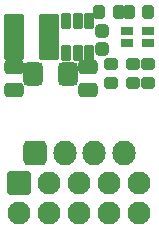
<source format=gbr>
%TF.GenerationSoftware,KiCad,Pcbnew,(6.0.2-0)*%
%TF.CreationDate,2022-03-10T15:51:38+00:00*%
%TF.ProjectId,Generic4,47656e65-7269-4633-942e-6b696361645f,1*%
%TF.SameCoordinates,Original*%
%TF.FileFunction,Soldermask,Bot*%
%TF.FilePolarity,Negative*%
%FSLAX46Y46*%
G04 Gerber Fmt 4.6, Leading zero omitted, Abs format (unit mm)*
G04 Created by KiCad (PCBNEW (6.0.2-0)) date 2022-03-10 15:51:38*
%MOMM*%
%LPD*%
G01*
G04 APERTURE LIST*
G04 Aperture macros list*
%AMRoundRect*
0 Rectangle with rounded corners*
0 $1 Rounding radius*
0 $2 $3 $4 $5 $6 $7 $8 $9 X,Y pos of 4 corners*
0 Add a 4 corners polygon primitive as box body*
4,1,4,$2,$3,$4,$5,$6,$7,$8,$9,$2,$3,0*
0 Add four circle primitives for the rounded corners*
1,1,$1+$1,$2,$3*
1,1,$1+$1,$4,$5*
1,1,$1+$1,$6,$7*
1,1,$1+$1,$8,$9*
0 Add four rect primitives between the rounded corners*
20,1,$1+$1,$2,$3,$4,$5,0*
20,1,$1+$1,$4,$5,$6,$7,0*
20,1,$1+$1,$6,$7,$8,$9,0*
20,1,$1+$1,$8,$9,$2,$3,0*%
G04 Aperture macros list end*
%ADD10RoundRect,0.375000X-0.600000X-0.675000X0.600000X-0.675000X0.600000X0.675000X-0.600000X0.675000X0*%
%ADD11O,1.950000X2.100000*%
%ADD12RoundRect,0.325000X-0.275000X0.200000X-0.275000X-0.200000X0.275000X-0.200000X0.275000X0.200000X0*%
%ADD13RoundRect,0.325000X-0.200000X-0.275000X0.200000X-0.275000X0.200000X0.275000X-0.200000X0.275000X0*%
%ADD14RoundRect,0.125000X-0.850000X0.850000X-0.850000X-0.850000X0.850000X-0.850000X0.850000X0.850000X0*%
%ADD15O,1.950000X1.950000*%
%ADD16RoundRect,0.125000X-0.425000X-0.250000X0.425000X-0.250000X0.425000X0.250000X-0.425000X0.250000X0*%
%ADD17RoundRect,0.350000X0.250000X-0.225000X0.250000X0.225000X-0.250000X0.225000X-0.250000X-0.225000X0*%
%ADD18RoundRect,0.374375X0.463125X0.625625X-0.463125X0.625625X-0.463125X-0.625625X0.463125X-0.625625X0*%
%ADD19RoundRect,0.125000X0.712500X-1.850000X0.712500X1.850000X-0.712500X1.850000X-0.712500X-1.850000X0*%
%ADD20RoundRect,0.125000X0.300000X-0.550000X0.300000X0.550000X-0.300000X0.550000X-0.300000X-0.550000X0*%
%ADD21RoundRect,0.375000X-0.475000X0.250000X-0.475000X-0.250000X0.475000X-0.250000X0.475000X0.250000X0*%
%ADD22RoundRect,0.325000X0.200000X0.275000X-0.200000X0.275000X-0.200000X-0.275000X0.200000X-0.275000X0*%
G04 APERTURE END LIST*
D10*
%TO.C,J2*%
X96250000Y-51440000D03*
D11*
X98750000Y-51440000D03*
X101250000Y-51440000D03*
X103750000Y-51440000D03*
%TD*%
D12*
%TO.C,R2*%
X104550000Y-45550000D03*
X104550000Y-43900000D03*
%TD*%
D13*
%TO.C,R5*%
X101700000Y-39500000D03*
X103350000Y-39500000D03*
%TD*%
D14*
%TO.C,J1*%
X94925000Y-53980000D03*
D15*
X94925000Y-56520000D03*
X97465000Y-53980000D03*
X97465000Y-56520000D03*
X100005000Y-53980000D03*
X100005000Y-56520000D03*
X102545000Y-53980000D03*
X102545000Y-56520000D03*
X105085000Y-53980000D03*
X105085000Y-56520000D03*
%TD*%
D12*
%TO.C,R1*%
X102700000Y-45525000D03*
X102700000Y-43875000D03*
%TD*%
%TO.C,R3*%
X105850000Y-45525000D03*
X105850000Y-43875000D03*
%TD*%
D16*
%TO.C,D1*%
X105775000Y-41100000D03*
X104025000Y-41100000D03*
X104025000Y-42100000D03*
X105775000Y-42100000D03*
%TD*%
D17*
%TO.C,U2*%
X101950000Y-42625000D03*
D18*
X99052500Y-44770000D03*
D19*
X97450000Y-41650000D03*
D20*
X98900000Y-42950000D03*
D17*
X101950000Y-41075000D03*
D20*
X98900000Y-40250000D03*
X100800000Y-42950000D03*
D21*
X100700000Y-44200000D03*
D20*
X99850000Y-42950000D03*
D21*
X94450000Y-46100000D03*
X100700000Y-46100000D03*
D18*
X96087500Y-44770000D03*
D20*
X99850000Y-40250000D03*
D21*
X94450000Y-44200000D03*
D19*
X94450000Y-41650000D03*
D20*
X100800000Y-40250000D03*
%TD*%
D22*
%TO.C,R4*%
X105825000Y-39500000D03*
X104175000Y-39500000D03*
%TD*%
M02*

</source>
